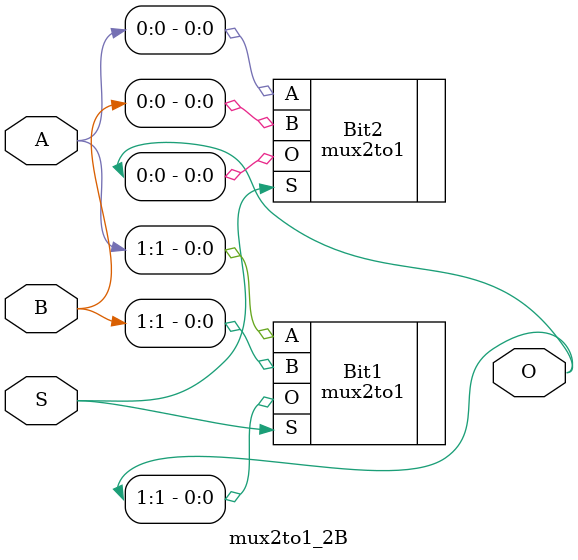
<source format=v>
module mux2to1_2B (S, A,B,O);
	input S;
	input [1:0] A,B;
	output [1:0] O;
	mux2to1 Bit1(.S(S), .A(A[1]),.B(B[1]),.O(O[1]));
	mux2to1 Bit2(.S(S), .A(A[0]),.B(B[0]),.O(O[0]));
endmodule

</source>
